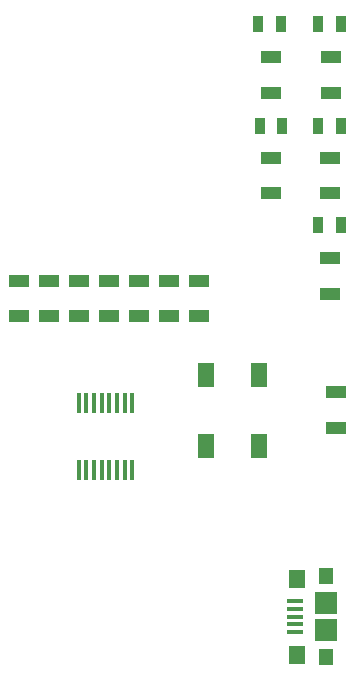
<source format=gbr>
G04 #@! TF.GenerationSoftware,KiCad,Pcbnew,(5.1.2)-1*
G04 #@! TF.CreationDate,2019-06-13T11:42:40+03:00*
G04 #@! TF.ProjectId,shema,7368656d-612e-46b6-9963-61645f706362,v.1.0*
G04 #@! TF.SameCoordinates,Original*
G04 #@! TF.FileFunction,Paste,Top*
G04 #@! TF.FilePolarity,Positive*
%FSLAX46Y46*%
G04 Gerber Fmt 4.6, Leading zero omitted, Abs format (unit mm)*
G04 Created by KiCad (PCBNEW (5.1.2)-1) date 2019-06-13 11:42:40*
%MOMM*%
%LPD*%
G04 APERTURE LIST*
%ADD10R,1.800000X1.050000*%
%ADD11R,0.355600X1.676400*%
%ADD12R,0.900000X1.400000*%
%ADD13R,1.400000X2.100000*%
%ADD14R,1.900000X1.900000*%
%ADD15R,1.300000X1.450000*%
%ADD16R,1.400000X1.600000*%
%ADD17R,1.350000X0.400000*%
G04 APERTURE END LIST*
D10*
X176149000Y-91670000D03*
X176149000Y-88670000D03*
D11*
X181194281Y-104658160D03*
X181844279Y-104658160D03*
X182494281Y-104658160D03*
X183144279Y-104658160D03*
X183794278Y-104658160D03*
X184444279Y-104658160D03*
X185094278Y-104658160D03*
X185744279Y-104658160D03*
X185744279Y-99019360D03*
X185094281Y-99019360D03*
X184444279Y-99019360D03*
X183794281Y-99019360D03*
X183144282Y-99019360D03*
X182494281Y-99019360D03*
X181844282Y-99019360D03*
X181194281Y-99019360D03*
D12*
X203388000Y-83947000D03*
X201488000Y-83947000D03*
X203388000Y-66929000D03*
X201488000Y-66929000D03*
X198435000Y-75565000D03*
X196535000Y-75565000D03*
X198308000Y-66929000D03*
X196408000Y-66929000D03*
X203388000Y-75565000D03*
X201488000Y-75565000D03*
D10*
X197485000Y-81256000D03*
X197485000Y-78256000D03*
X202565000Y-72747000D03*
X202565000Y-69747000D03*
X197485000Y-72747000D03*
X197485000Y-69747000D03*
X183769000Y-91670000D03*
X183769000Y-88670000D03*
X202438000Y-89765000D03*
X202438000Y-86765000D03*
X186309000Y-91670000D03*
X186309000Y-88670000D03*
X191389000Y-91670000D03*
X191389000Y-88670000D03*
X202950000Y-98100000D03*
X202950000Y-101100000D03*
X188849000Y-91670000D03*
X188849000Y-88670000D03*
X178689000Y-91670000D03*
X178689000Y-88670000D03*
X202438000Y-81256000D03*
X202438000Y-78256000D03*
X181229000Y-91670000D03*
X181229000Y-88670000D03*
D13*
X191950000Y-102650000D03*
X191950000Y-96650000D03*
X196450000Y-102650000D03*
X196450000Y-96650000D03*
D14*
X202150000Y-115950000D03*
X202150000Y-118250000D03*
D15*
X202150000Y-113675000D03*
X202150000Y-120525000D03*
D16*
X199700000Y-113900000D03*
X199700000Y-120300000D03*
D17*
X199475000Y-115800000D03*
X199475000Y-116450000D03*
X199475000Y-117100000D03*
X199475000Y-117750000D03*
X199475000Y-118400000D03*
M02*

</source>
